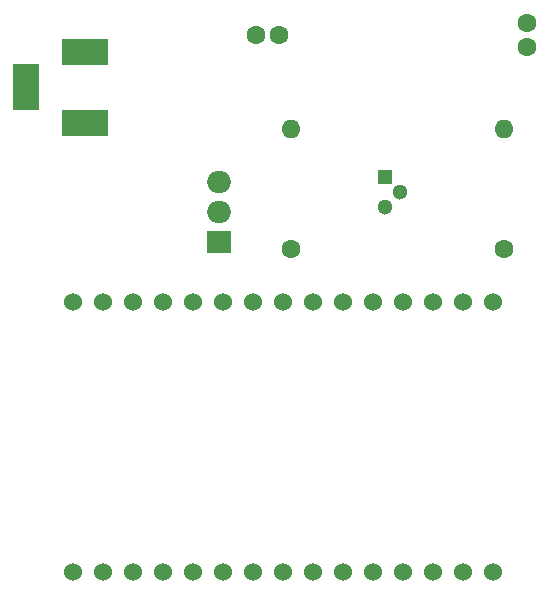
<source format=gbs>
G04 #@! TF.GenerationSoftware,KiCad,Pcbnew,(6.0.7)*
G04 #@! TF.CreationDate,2024-02-18T11:09:31-05:00*
G04 #@! TF.ProjectId,temp_fan_controller,74656d70-5f66-4616-9e5f-636f6e74726f,rev?*
G04 #@! TF.SameCoordinates,Original*
G04 #@! TF.FileFunction,Soldermask,Bot*
G04 #@! TF.FilePolarity,Negative*
%FSLAX46Y46*%
G04 Gerber Fmt 4.6, Leading zero omitted, Abs format (unit mm)*
G04 Created by KiCad (PCBNEW (6.0.7)) date 2024-02-18 11:09:31*
%MOMM*%
%LPD*%
G01*
G04 APERTURE LIST*
%ADD10R,1.300000X1.300000*%
%ADD11C,1.300000*%
%ADD12C,1.524000*%
%ADD13C,1.600000*%
%ADD14O,1.600000X1.600000*%
%ADD15R,2.000000X1.905000*%
%ADD16O,2.000000X1.905000*%
%ADD17R,4.000000X2.200000*%
%ADD18R,2.200000X4.000000*%
G04 APERTURE END LIST*
D10*
X124000000Y-79000000D03*
D11*
X125270000Y-80270000D03*
X124000000Y-81540000D03*
D12*
X97585000Y-112430000D03*
X100125000Y-112430000D03*
X102665000Y-112430000D03*
X105205000Y-112430000D03*
X107745000Y-112430000D03*
X110285000Y-112430000D03*
X112825000Y-112430000D03*
X115365000Y-112430000D03*
X117905000Y-112430000D03*
X120445000Y-112430000D03*
X122985000Y-112430000D03*
X125525000Y-112430000D03*
X128065000Y-112430000D03*
X130605000Y-112430000D03*
X133145000Y-112430000D03*
X133145000Y-89570000D03*
X130605000Y-89570000D03*
X128065000Y-89570000D03*
X125525000Y-89570000D03*
X122985000Y-89570000D03*
X120445000Y-89570000D03*
X117905000Y-89570000D03*
X115365000Y-89570000D03*
X112825000Y-89570000D03*
X110285000Y-89570000D03*
X107745000Y-89570000D03*
X105205000Y-89570000D03*
X102665000Y-89570000D03*
X100125000Y-89570000D03*
X97585000Y-89570000D03*
D13*
X116000000Y-85080000D03*
D14*
X116000000Y-74920000D03*
D13*
X134000000Y-85080000D03*
D14*
X134000000Y-74920000D03*
D15*
X109945000Y-84540000D03*
D16*
X109945000Y-82000000D03*
X109945000Y-79460000D03*
D13*
X136000000Y-68000000D03*
X136000000Y-66000000D03*
X113000000Y-67000000D03*
X115000000Y-67000000D03*
D17*
X98575000Y-74400000D03*
X98575000Y-68400000D03*
D18*
X93575000Y-71400000D03*
M02*

</source>
